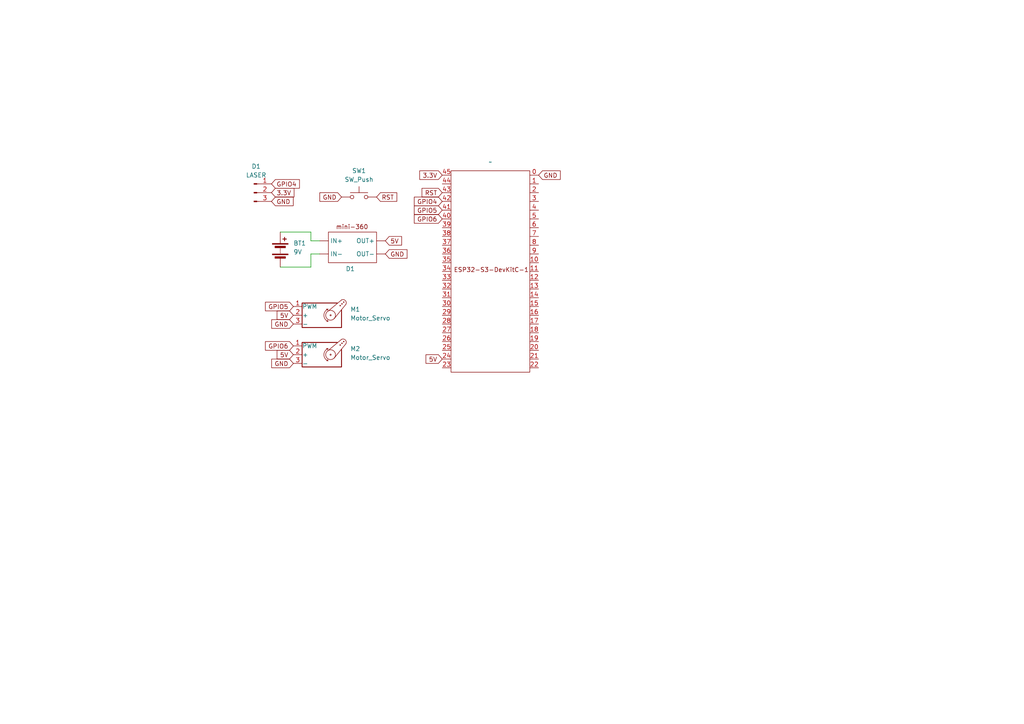
<source format=kicad_sch>
(kicad_sch (version 20250114) (generator "eeschema") (generator_version "9.0")
  (paper "A4")
  (lib_symbols
    (symbol "4xxx:esp32-s3-devkit"
      (property "Reference" "A" (at 0 0 0))
      (symbol "esp32-s3-devkit_0_1"
        (rectangle (start -12.7 5.08) (end 10.16 -53.34))
      )
      (symbol "esp32-s3-devkit_1_1"
        (text "ESP32-S3-DevKitC-1" (at -1.016 -23.622 0) (effects (font (size 1.27 1.27))))
        (pin output line (at -15.24 3.81 0) (length 2.54) (name "") (number "45"))
        (pin output line (at -15.24 1.27 0) (length 2.54) (name "") (number "44"))
        (pin output line (at -15.24 -1.27 0) (length 2.54) (name "") (number "43"))
        (pin output line (at -15.24 -3.81 0) (length 2.54) (name "") (number "42"))
        (pin output line (at -15.24 -6.35 0) (length 2.54) (name "") (number "41"))
        (pin output line (at -15.24 -8.89 0) (length 2.54) (name "") (number "40"))
        (pin output line (at -15.24 -11.43 0) (length 2.54) (name "") (number "39"))
        (pin output line (at -15.24 -13.97 0) (length 2.54) (name "") (number "38"))
        (pin output line (at -15.24 -16.51 0) (length 2.54) (name "") (number "37"))
        (pin output line (at -15.24 -19.05 0) (length 2.54) (name "") (number "36"))
        (pin output line (at -15.24 -21.59 0) (length 2.54) (name "") (number "35"))
        (pin output line (at -15.24 -24.13 0) (length 2.54) (name "") (number "34"))
        (pin output line (at -15.24 -26.67 0) (length 2.54) (name "") (number "33"))
        (pin output line (at -15.24 -29.21 0) (length 2.54) (name "") (number "32"))
        (pin output line (at -15.24 -31.75 0) (length 2.54) (name "") (number "31"))
        (pin output line (at -15.24 -34.29 0) (length 2.54) (name "") (number "30"))
        (pin output line (at -15.24 -36.83 0) (length 2.54) (name "") (number "29"))
        (pin output line (at -15.24 -39.37 0) (length 2.54) (name "") (number "28"))
        (pin output line (at -15.24 -41.91 0) (length 2.54) (name "") (number "27"))
        (pin output line (at -15.24 -44.45 0) (length 2.54) (name "") (number "26"))
        (pin output line (at -15.24 -46.99 0) (length 2.54) (name "") (number "25"))
        (pin output line (at -15.24 -49.53 0) (length 2.54) (name "") (number "24"))
        (pin output line (at -15.24 -52.07 0) (length 2.54) (name "") (number "23"))
        (pin output line (at 12.7 3.81 180) (length 2.54) (name "") (number "0"))
        (pin output line (at 12.7 1.27 180) (length 2.54) (name "") (number "1"))
        (pin output line (at 12.7 -1.27 180) (length 2.54) (name "") (number "2"))
        (pin output line (at 12.7 -3.81 180) (length 2.54) (name "") (number "3"))
        (pin output line (at 12.7 -6.35 180) (length 2.54) (name "") (number "4"))
        (pin output line (at 12.7 -8.89 180) (length 2.54) (name "") (number "5"))
        (pin output line (at 12.7 -11.43 180) (length 2.54) (name "") (number "6"))
        (pin output line (at 12.7 -13.97 180) (length 2.54) (name "") (number "7"))
        (pin output line (at 12.7 -16.51 180) (length 2.54) (name "") (number "8"))
        (pin output line (at 12.7 -19.05 180) (length 2.54) (name "") (number "9"))
        (pin output line (at 12.7 -21.59 180) (length 2.54) (name "") (number "10"))
        (pin output line (at 12.7 -24.13 180) (length 2.54) (name "") (number "11"))
        (pin output line (at 12.7 -26.67 180) (length 2.54) (name "") (number "12"))
        (pin output line (at 12.7 -29.21 180) (length 2.54) (name "") (number "13"))
        (pin output line (at 12.7 -31.75 180) (length 2.54) (name "") (number "14"))
        (pin output line (at 12.7 -34.29 180) (length 2.54) (name "") (number "15"))
        (pin output line (at 12.7 -36.83 180) (length 2.54) (name "") (number "16"))
        (pin output line (at 12.7 -39.37 180) (length 2.54) (name "") (number "17"))
        (pin output line (at 12.7 -41.91 180) (length 2.54) (name "") (number "18"))
        (pin output line (at 12.7 -44.45 180) (length 2.54) (name "") (number "19"))
        (pin output line (at 12.7 -46.99 180) (length 2.54) (name "") (number "20"))
        (pin output line (at 12.7 -49.53 180) (length 2.54) (name "") (number "21"))
        (pin output line (at 12.7 -52.07 180) (length 2.54) (name "") (number "22"))
      )
    )
    (symbol "4xxx:mini360"
      (property "Reference" "D" (at 2.794 -6.604 0))
      (symbol "mini360_0_1"
        (rectangle (start -2.54 3.81) (end 11.43 -5.08))
      )
      (symbol "mini360_1_1"
        (text "mini-360" (at 4.318 5.334 0) (effects (font (size 1.27 1.27))))
        (pin input line (at -5.08 1.27 0) (length 2.54) (name "IN+") (number ""))
        (pin input line (at -5.08 -2.54 0) (length 2.54) (name "IN-") (number ""))
        (pin output line (at 13.97 1.27 180) (length 2.54) (name "OUT+") (number ""))
        (pin output line (at 13.97 -2.54 180) (length 2.54) (name "OUT-") (number ""))
      )
    )
    (symbol "Connector:Conn_01x03_Pin" (pin_names (offset 1.016) (hide yes))
      (property "Reference" "J" (at 0 5.08 0))
      (property "Value" "Conn_01x03_Pin" (at 0 -5.08 0))
      (symbol "Conn_01x03_Pin_1_1"
        (rectangle (start 0.8636 2.667) (end 0 2.413) (stroke (width 0.1524)) (fill (type outline)))
        (rectangle (start 0.8636 0.127) (end 0 -0.127) (stroke (width 0.1524)) (fill (type outline)))
        (rectangle (start 0.8636 -2.413) (end 0 -2.667) (stroke (width 0.1524)) (fill (type outline)))
        (polyline (pts (xy 1.27 2.54) (xy 0.8636 2.54)) (stroke (width 0.1524)))
        (polyline (pts (xy 1.27 0) (xy 0.8636 0)) (stroke (width 0.1524)))
        (polyline (pts (xy 1.27 -2.54) (xy 0.8636 -2.54)) (stroke (width 0.1524)))
        (pin passive line (at 5.08 2.54 180) (length 3.81) (name "Pin_1") (number "1"))
        (pin passive line (at 5.08 0 180) (length 3.81) (name "Pin_2") (number "2"))
        (pin passive line (at 5.08 -2.54 180) (length 3.81) (name "Pin_3") (number "3"))
      )
    )
    (symbol "Device:Battery" (pin_numbers (hide yes)) (pin_names (offset 0) (hide yes))
      (property "Reference" "BT" (at 2.54 2.54 0))
      (property "Value" "Battery" (at 2.54 0 0))
      (symbol "Battery_0_1"
        (rectangle (start -2.286 1.778) (end 2.286 1.524) (fill (type outline)))
        (rectangle (start -2.286 -1.27) (end 2.286 -1.524) (fill (type outline)))
        (rectangle (start -1.524 1.016) (end 1.524 0.508) (fill (type outline)))
        (rectangle (start -1.524 -2.032) (end 1.524 -2.54) (fill (type outline)))
        (polyline (pts (xy 0 1.778) (xy 0 2.54)))
        (polyline (pts (xy 0 0) (xy 0 0.254)))
        (polyline (pts (xy 0 -0.508) (xy 0 -0.254)))
        (polyline (pts (xy 0 -1.016) (xy 0 -0.762)))
        (polyline (pts (xy 0.762 3.048) (xy 1.778 3.048)) (stroke (width 0.254)))
        (polyline (pts (xy 1.27 3.556) (xy 1.27 2.54)) (stroke (width 0.254)))
      )
      (symbol "Battery_1_1"
        (pin passive line (at 0 5.08 270) (length 2.54) (name "+") (number "1"))
        (pin passive line (at 0 -5.08 90) (length 2.54) (name "-") (number "2"))
      )
    )
    (symbol "Motor:Motor_Servo" (pin_names (offset 0.0254))
      (property "Reference" "M" (at -5.08 4.445 0))
      (property "Value" "Motor_Servo" (at -5.08 -4.064 0))
      (symbol "Motor_Servo_0_1"
        (polyline (pts (xy 2.413 1.778) (xy 1.905 1.778)))
        (polyline (pts (xy 2.413 1.778) (xy 2.286 1.397)))
        (polyline (pts (xy 2.413 -1.778) (xy 2.032 -1.778)))
        (polyline (pts (xy 2.413 -1.778) (xy 2.286 -1.397)))
        (arc (start 2.413 -1.778) (mid 1.2406 0) (end 2.413 1.778))
        (circle (center 3.175 0) (radius 0.1778))
        (circle (center 3.175 0) (radius 1.4224))
        (polyline (pts (xy 5.08 3.556) (xy -5.08 3.556) (xy -5.08 -3.556) (xy 6.35 -3.556) (xy 6.35 1.524)) (stroke (width 0.254)))
        (circle (center 5.969 2.794) (radius 0.127))
        (polyline (pts (xy 6.35 4.445) (xy 2.54 1.27)))
        (circle (center 6.477 3.302) (radius 0.127))
        (arc (start 6.35 4.445) (mid 7.4487 4.2737) (end 7.62 3.175))
        (circle (center 6.985 3.81) (radius 0.127))
        (polyline (pts (xy 7.62 3.175) (xy 4.191 -1.016)))
      )
      (symbol "Motor_Servo_1_1"
        (pin passive line (at -7.62 2.54 0) (length 2.54) (name "PWM") (number "1"))
        (pin passive line (at -7.62 0 0) (length 2.54) (name "+") (number "2"))
        (pin passive line (at -7.62 -2.54 0) (length 2.54) (name "-") (number "3"))
      )
    )
    (symbol "Switch:SW_Push" (pin_numbers (hide yes)) (pin_names (offset 1.016) (hide yes))
      (property "Reference" "SW" (at 1.27 2.54 0))
      (property "Value" "SW_Push" (at 0 -1.524 0))
      (symbol "SW_Push_0_1"
        (circle (center -2.032 0) (radius 0.508))
        (polyline (pts (xy 0 1.27) (xy 0 3.048)))
        (circle (center 2.032 0) (radius 0.508))
        (polyline (pts (xy 2.54 1.27) (xy -2.54 1.27)))
        (pin passive line (at -5.08 0 0) (length 2.54) (name "1") (number "1"))
        (pin passive line (at 5.08 0 180) (length 2.54) (name "2") (number "2"))
      )
    )
  )
  (wire (pts (xy 81.28 67.31) (xy 90.17 67.31)))
  (wire (pts (xy 90.17 73.66) (xy 92.71 73.66)))
  (wire (pts (xy 90.17 67.31) (xy 90.17 69.85)))
  (wire (pts (xy 90.17 69.85) (xy 92.71 69.85)))
  (wire (pts (xy 81.28 77.47) (xy 90.17 77.47)))
  (wire (pts (xy 90.17 77.47) (xy 90.17 73.66)))
  (global_label "GPIO6" (shape input) (at 128.27 63.5 180) (property "Intersheetrefs" "${INTERSHEET_REFS}" (effects (hide yes))))
  (global_label "GPIO6" (shape input) (at 85.09 100.33 180) (property "Intersheetrefs" "${INTERSHEET_REFS}" (effects (hide yes))))
  (global_label "GPIO4" (shape input) (at 128.27 58.42 180) (property "Intersheetrefs" "${INTERSHEET_REFS}" (effects (hide yes))))
  (global_label "3.3V" (shape input) (at 78.74 55.88 0) (property "Intersheetrefs" "${INTERSHEET_REFS}" (effects (hide yes))))
  (global_label "GND" (shape input) (at 156.21 50.8 0) (property "Intersheetrefs" "${INTERSHEET_REFS}" (effects (hide yes))))
  (global_label "5V" (shape input) (at 128.27 104.14 180) (property "Intersheetrefs" "${INTERSHEET_REFS}" (effects (hide yes))))
  (global_label "GND" (shape input) (at 78.74 58.42 0) (property "Intersheetrefs" "${INTERSHEET_REFS}" (effects (hide yes))))
  (global_label "GND" (shape input) (at 99.06 57.15 180) (property "Intersheetrefs" "${INTERSHEET_REFS}" (effects (hide yes))))
  (global_label "GND" (shape input) (at 111.76 73.66 0) (property "Intersheetrefs" "${INTERSHEET_REFS}" (effects (hide yes))))
  (global_label "3.3V" (shape input) (at 128.27 50.8 180) (property "Intersheetrefs" "${INTERSHEET_REFS}" (effects (hide yes))))
  (global_label "GND" (shape input) (at 85.09 105.41 180) (property "Intersheetrefs" "${INTERSHEET_REFS}" (effects (hide yes))))
  (global_label "GND" (shape input) (at 85.09 93.98 180) (property "Intersheetrefs" "${INTERSHEET_REFS}" (effects (hide yes))))
  (global_label "RST" (shape input) (at 128.27 55.88 180) (property "Intersheetrefs" "${INTERSHEET_REFS}" (effects (hide yes))))
  (global_label "5V" (shape input) (at 85.09 91.44 180) (property "Intersheetrefs" "${INTERSHEET_REFS}" (effects (hide yes))))
  (global_label "5V" (shape input) (at 111.76 69.85 0) (property "Intersheetrefs" "${INTERSHEET_REFS}" (effects (hide yes))))
  (global_label "RST" (shape input) (at 109.22 57.15 0) (property "Intersheetrefs" "${INTERSHEET_REFS}" (effects (hide yes))))
  (global_label "GPIO5" (shape input) (at 85.09 88.9 180) (property "Intersheetrefs" "${INTERSHEET_REFS}" (effects (hide yes))))
  (global_label "GPIO5" (shape input) (at 128.27 60.96 180) (property "Intersheetrefs" "${INTERSHEET_REFS}" (effects (hide yes))))
  (global_label "5V" (shape input) (at 85.09 102.87 180) (property "Intersheetrefs" "${INTERSHEET_REFS}" (effects (hide yes))))
  (global_label "GPIO4" (shape input) (at 78.74 53.34 0) (property "Intersheetrefs" "${INTERSHEET_REFS}" (effects (hide yes))))
  (symbol (lib_id "Switch:SW_Push") (at 104.14 57.15 0) (unit 1)
    (property "Reference" "SW1" (at 104.14 49.53 0))
    (property "Value" "SW_Push" (at 104.14 52.07 0))
    (property "Description" "Push button switch, generic, two pins" (effects (hide yes)))
  )
  (symbol (lib_id "Motor:Motor_Servo") (at 92.71 91.44 0) (unit 1)
    (property "Reference" "M1" (at 101.6 89.7368 0) (effects (justify left)))
    (property "Value" "Motor_Servo" (at 101.6 92.2768 0) (effects (justify left)))
    (property "Datasheet" "http://forums.parallax.com/uploads/attachments/46831/74481.png" (effects (hide yes)))
    (property "Description" "Servo Motor (Futaba, HiTec, JR connector)" (effects (hide yes)))
  )
  (symbol (lib_id "4xxx:mini360") (at 97.79 71.12 0) (unit 1)
    (property "Reference" "D1" (at 101.6 77.978 0))
  )
  (symbol (lib_id "4xxx:esp32-s3-devkit") (at 143.51 54.61 0) (unit 1)
    (property "Reference" "A1" (effects (hide yes)))
    (property "Value" "~" (at 142.24 46.99 0))
  )
  (symbol (lib_id "Connector:Conn_01x03_Pin") (at 73.66 55.88 0) (unit 1)
    (property "Reference" "D1" (at 74.295 48.26 0))
    (property "Value" "LASER" (at 74.295 50.8 0))
    (property "Description" "Generic connector, single row, 01x03, script generated" (effects (hide yes)))
  )
  (symbol (lib_id "Device:Battery") (at 81.28 72.39 0) (unit 1)
    (property "Reference" "BT1" (at 85.09 70.5484 0) (effects (justify left)))
    (property "Value" "9V" (at 85.09 73.0884 0) (effects (justify left)))
    (property "Description" "Multiple-cell battery" (effects (hide yes)))
  )
  (symbol (lib_id "Motor:Motor_Servo") (at 92.71 102.87 0) (unit 1)
    (property "Reference" "M2" (at 101.6 101.1668 0) (effects (justify left)))
    (property "Value" "Motor_Servo" (at 101.6 103.7068 0) (effects (justify left)))
    (property "Datasheet" "http://forums.parallax.com/uploads/attachments/46831/74481.png" (effects (hide yes)))
    (property "Description" "Servo Motor (Futaba, HiTec, JR connector)" (effects (hide yes)))
  )
)
</source>
